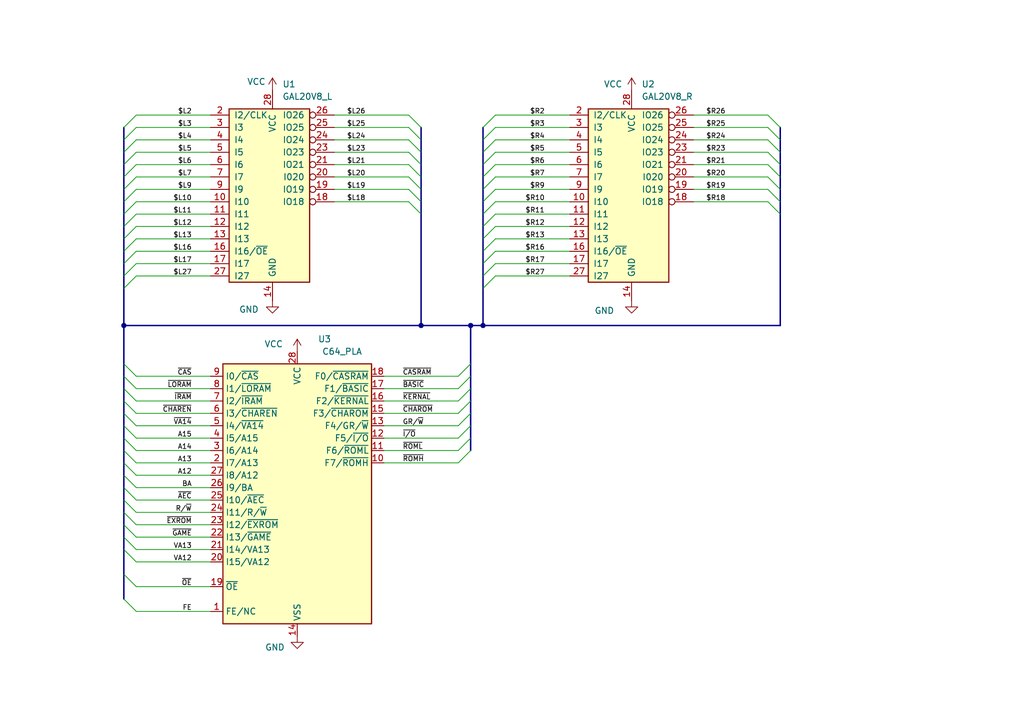
<source format=kicad_sch>
(kicad_sch (version 20211123) (generator eeschema)
  (paper "A5")
  (title_block (title "GAL-based 906114-01 replacement") (date "2023-01-05") (rev "0.99") (company "Lubomir Rintel <lkundrak@v3.sk>") (comment 1 "$TEMPLATE"))
  (lib_symbols
    (symbol "Memory_RAM:KM62256CLP"
      (property "Reference" "U3" (at 6.985 27.94 0))
      (property "Value" "C64_PLA" (at 13.335 25.4 0))
      (symbol "KM62256CLP_0_1"
        (rectangle (start -15.24 22.86) (end 15.24 -30.48) (stroke (width 0.254)) (fill (type background)))
      )
      (symbol "KM62256CLP_1_1"
        (pin bidirectional line (at -17.78 -27.94 0) (length 2.54) (name "FE/NC") (number "1"))
        (pin output line (at 17.78 2.54 180) (length 2.54) (name "F7/~{ROMH}") (number "10"))
        (pin output line (at 17.78 5.08 180) (length 2.54) (name "F6/~{ROML}") (number "11"))
        (pin output line (at 17.78 7.62 180) (length 2.54) (name "F5/~{I/O}") (number "12"))
        (pin output line (at 17.78 10.16 180) (length 2.54) (name "F4/GR/~{W}") (number "13"))
        (pin power_in line (at 0 -33.02 90) (length 2.54) (name "VSS") (number "14"))
        (pin output line (at 17.78 12.7 180) (length 2.54) (name "F3/~{CHAROM}") (number "15"))
        (pin output line (at 17.78 15.24 180) (length 2.54) (name "F2/~{KERNAL}") (number "16"))
        (pin output line (at 17.78 17.78 180) (length 2.54) (name "F1/~{BASIC}") (number "17"))
        (pin output line (at 17.78 20.32 180) (length 2.54) (name "F0/~{CASRAM}") (number "18"))
        (pin input line (at -17.78 -22.86 0) (length 2.54) (name "~{OE}") (number "19"))
        (pin input line (at -17.78 2.54 0) (length 2.54) (name "I7/A13") (number "2"))
        (pin input line (at -17.78 -17.78 0) (length 2.54) (name "I15/VA12") (number "20"))
        (pin input line (at -17.78 -15.24 0) (length 2.54) (name "I14/VA13") (number "21"))
        (pin input line (at -17.78 -12.7 0) (length 2.54) (name "I13/~{GAME}") (number "22"))
        (pin input line (at -17.78 -10.16 0) (length 2.54) (name "I12/~{EXROM}") (number "23"))
        (pin input line (at -17.78 -7.62 0) (length 2.54) (name "I11/R/~{W}") (number "24"))
        (pin input line (at -17.78 -5.08 0) (length 2.54) (name "I10/~{AEC}") (number "25"))
        (pin input line (at -17.78 -2.54 0) (length 2.54) (name "I9/BA") (number "26"))
        (pin input line (at -17.78 0 0) (length 2.54) (name "I8/A12") (number "27"))
        (pin power_in line (at 0 25.4 270) (length 2.54) (name "VCC") (number "28"))
        (pin input line (at -17.78 5.08 0) (length 2.54) (name "I6/A14") (number "3"))
        (pin input line (at -17.78 7.62 0) (length 2.54) (name "I5/A15") (number "4"))
        (pin input line (at -17.78 10.16 0) (length 2.54) (name "I4/~{VA14}") (number "5"))
        (pin input line (at -17.78 12.7 0) (length 2.54) (name "I3/~{CHAREN}") (number "6"))
        (pin input line (at -17.78 15.24 0) (length 2.54) (name "I2/~{IRAM}") (number "7"))
        (pin input line (at -17.78 17.78 0) (length 2.54) (name "I1/~{LORAM}") (number "8"))
        (pin input line (at -17.78 20.32 0) (length 2.54) (name "I0/~{CAS}") (number "9"))
      )
    )
    (symbol "PAL20L8_1" (pin_names (offset 1.016))
      (property "Reference" "U1" (at 2.0194 24.13 0))
      (property "Value" "GAL20V8_L" (at 2.0194 21.59 0))
      (symbol "PAL20L8_1_0_0"
        (pin power_in line (at 0 -20.32 90) (length 3.81) (name "GND") (number "14"))
        (pin power_in line (at 0 22.86 270) (length 3.81) (name "VCC") (number "28"))
      )
      (symbol "PAL20L8_1_0_1"
        (rectangle (start -8.89 19.05) (end 7.62 -16.51) (stroke (width 0.254)) (fill (type background)))
      )
      (symbol "PAL20L8_1_1_1"
        (pin no_connect non_logic (at 11.43 -5.08 180) (length 3.81) hide (name "NC1") (number "1"))
        (pin input line (at -12.7 0 0) (length 3.81) (name "I10") (number "10"))
        (pin input line (at -12.7 -2.54 0) (length 3.81) (name "I11") (number "11"))
        (pin input line (at -12.7 -5.08 0) (length 3.81) (name "I12") (number "12"))
        (pin input line (at -12.7 -7.62 0) (length 3.81) (name "I13") (number "13"))
        (pin no_connect non_logic (at 11.43 -10.16 180) (length 3.81) hide (name "NC15") (number "15"))
        (pin input line (at -12.7 -10.16 0) (length 3.81) (name "I16/~{OE}") (number "16"))
        (pin input line (at -12.7 -12.7 0) (length 3.81) (name "I17") (number "17"))
        (pin tri_state inverted (at 12.7 0 180) (length 5.08) (name "IO18") (number "18"))
        (pin tri_state inverted (at 12.7 2.54 180) (length 5.08) (name "IO19") (number "19"))
        (pin input line (at -12.7 17.78 0) (length 3.81) (name "I2/CLK") (number "2"))
        (pin tri_state inverted (at 12.7 5.08 180) (length 5.08) (name "I020") (number "20"))
        (pin tri_state inverted (at 12.7 7.62 180) (length 5.08) (name "IO21") (number "21"))
        (pin no_connect non_logic (at 11.43 -12.7 180) (length 3.81) hide (name "NC22") (number "22"))
        (pin tri_state inverted (at 12.7 10.16 180) (length 5.08) (name "IO23") (number "23"))
        (pin tri_state inverted (at 12.7 12.7 180) (length 5.08) (name "IO24") (number "24"))
        (pin tri_state inverted (at 12.7 15.24 180) (length 5.08) (name "IO25") (number "25"))
        (pin tri_state inverted (at 12.7 17.78 180) (length 5.08) (name "IO26") (number "26"))
        (pin input line (at -12.7 -15.24 0) (length 3.81) (name "I27") (number "27"))
        (pin input line (at -12.7 15.24 0) (length 3.81) (name "I3") (number "3"))
        (pin input line (at -12.7 12.7 0) (length 3.81) (name "I4") (number "4"))
        (pin input line (at -12.7 10.16 0) (length 3.81) (name "I5") (number "5"))
        (pin input line (at -12.7 7.62 0) (length 3.81) (name "I6") (number "6"))
        (pin input line (at -12.7 5.08 0) (length 3.81) (name "I7") (number "7"))
        (pin no_connect non_logic (at 11.43 -7.62 180) (length 3.81) hide (name "NC8") (number "8"))
        (pin input line (at -12.7 2.54 0) (length 3.81) (name "I9") (number "9"))
      )
    )
    (symbol "power:GND" (power) (pin_names (offset 0))
      (property "Value" "GND" (at 0 -3.81 0))
      (symbol "GND_0_1"
        (polyline (pts (xy 0 0) (xy 0 -1.27) (xy 1.27 -1.27) (xy 0 -2.54) (xy -1.27 -1.27) (xy 0 -1.27)))
      )
      (symbol "GND_1_1"
        (pin power_in line (at 0 0 270) (length 0) hide (name "GND") (number "1"))
      )
    )
    (symbol "power:VCC" (power) (pin_names (offset 0))
      (property "Value" "VCC" (at 0 3.81 0))
      (symbol "VCC_0_1"
        (polyline (pts (xy -0.762 1.27) (xy 0 2.54)))
        (polyline (pts (xy 0 0) (xy 0 2.54)))
        (polyline (pts (xy 0 2.54) (xy 0.762 1.27)))
      )
      (symbol "VCC_1_1"
        (pin power_in line (at 0 0 90) (length 0) hide (name "VCC") (number "1"))
      )
    )
  )
  (junction (at 25.4 66.802))
  (junction (at 86.36 66.802))
  (junction (at 489.458 159.766))
  (junction (at 502.158 159.766))
  (junction (at 96.52 66.802))
  (junction (at 99.06 66.802))
  (junction (at 461.518 159.766))
  (junction (at 532.638 159.766))
  (bus_entry (at 27.94 79.756) (size -2.54 -2.54))
  (bus_entry (at 27.94 31.242) (size -2.54 2.54))
  (bus_entry (at 157.48 36.322) (size 2.54 2.54))
  (bus_entry (at 27.94 112.776) (size -2.54 -2.54))
  (bus_entry (at 93.98 84.836) (size 2.54 -2.54))
  (bus_entry (at 83.82 41.402) (size 2.54 2.54))
  (bus_entry (at 93.98 79.756) (size 2.54 -2.54))
  (bus_entry (at 27.94 56.642) (size -2.54 2.54))
  (bus_entry (at 27.94 51.562) (size -2.54 2.54))
  (bus_entry (at 83.82 26.162) (size 2.54 2.54))
  (bus_entry (at 27.94 54.102) (size -2.54 2.54))
  (bus_entry (at 157.48 23.622) (size 2.54 2.54))
  (bus_entry (at 27.94 36.322) (size -2.54 2.54))
  (bus_entry (at 27.94 89.916) (size -2.54 -2.54))
  (bus_entry (at 27.94 38.862) (size -2.54 2.54))
  (bus_entry (at 27.94 26.162) (size -2.54 2.54))
  (bus_entry (at 27.94 77.216) (size -2.54 -2.54))
  (bus_entry (at 83.82 38.862) (size 2.54 2.54))
  (bus_entry (at 157.48 31.242) (size 2.54 2.54))
  (bus_entry (at 101.6 46.482) (size -2.54 2.54))
  (bus_entry (at 101.6 23.622) (size -2.54 2.54))
  (bus_entry (at 27.94 97.536) (size -2.54 -2.54))
  (bus_entry (at 27.94 23.622) (size -2.54 2.54))
  (bus_entry (at 101.6 28.702) (size -2.54 2.54))
  (bus_entry (at 101.6 38.862) (size -2.54 2.54))
  (bus_entry (at 27.94 92.456) (size -2.54 -2.54))
  (bus_entry (at 27.94 84.836) (size -2.54 -2.54))
  (bus_entry (at 101.6 33.782) (size -2.54 2.54))
  (bus_entry (at 27.94 115.316) (size -2.54 -2.54))
  (bus_entry (at 83.82 36.322) (size 2.54 2.54))
  (bus_entry (at 27.94 41.402) (size -2.54 2.54))
  (bus_entry (at 101.6 31.242) (size -2.54 2.54))
  (bus_entry (at 27.94 105.156) (size -2.54 -2.54))
  (bus_entry (at 27.94 94.996) (size -2.54 -2.54))
  (bus_entry (at 27.94 87.376) (size -2.54 -2.54))
  (bus_entry (at 27.94 49.022) (size -2.54 2.54))
  (bus_entry (at 101.6 51.562) (size -2.54 2.54))
  (bus_entry (at 101.6 26.162) (size -2.54 2.54))
  (bus_entry (at 101.6 36.322) (size -2.54 2.54))
  (bus_entry (at 93.98 89.916) (size 2.54 -2.54))
  (bus_entry (at 27.94 82.296) (size -2.54 -2.54))
  (bus_entry (at 27.94 28.702) (size -2.54 2.54))
  (bus_entry (at 27.94 100.076) (size -2.54 -2.54))
  (bus_entry (at 27.94 33.782) (size -2.54 2.54))
  (bus_entry (at 157.48 28.702) (size 2.54 2.54))
  (bus_entry (at 27.94 120.396) (size -2.54 -2.54))
  (bus_entry (at 157.48 38.862) (size 2.54 2.54))
  (bus_entry (at 27.94 46.482) (size -2.54 2.54))
  (bus_entry (at 93.98 92.456) (size 2.54 -2.54))
  (bus_entry (at 83.82 31.242) (size 2.54 2.54))
  (bus_entry (at 101.6 43.942) (size -2.54 2.54))
  (bus_entry (at 27.94 107.696) (size -2.54 -2.54))
  (bus_entry (at 93.98 94.996) (size 2.54 -2.54))
  (bus_entry (at 157.48 26.162) (size 2.54 2.54))
  (bus_entry (at 157.48 33.782) (size 2.54 2.54))
  (bus_entry (at 101.6 54.102) (size -2.54 2.54))
  (bus_entry (at 83.82 33.782) (size 2.54 2.54))
  (bus_entry (at 83.82 28.702) (size 2.54 2.54))
  (bus_entry (at 157.48 41.402) (size 2.54 2.54))
  (bus_entry (at 101.6 49.022) (size -2.54 2.54))
  (bus_entry (at 93.98 77.216) (size 2.54 -2.54))
  (bus_entry (at 27.94 102.616) (size -2.54 -2.54))
  (bus_entry (at 101.6 41.402) (size -2.54 2.54))
  (bus_entry (at 101.6 56.642) (size -2.54 2.54))
  (bus_entry (at 27.94 43.942) (size -2.54 2.54))
  (bus_entry (at 27.94 110.236) (size -2.54 -2.54))
  (bus_entry (at 27.94 125.476) (size -2.54 -2.54))
  (bus_entry (at 83.82 23.622) (size 2.54 2.54))
  (bus_entry (at 93.98 82.296) (size 2.54 -2.54))
  (bus_entry (at 93.98 87.376) (size 2.54 -2.54))
  (bus (pts (xy 25.4 36.322) (xy 25.4 38.862)))
  (wire (pts (xy 116.84 51.562) (xy 101.6 51.562)))
  (wire (pts (xy 43.18 36.322) (xy 27.94 36.322)))
  (bus (pts (xy 25.4 33.782) (xy 25.4 36.322)))
  (bus (pts (xy 99.06 66.802) (xy 99.06 59.182)))
  (wire (pts (xy 93.98 82.296) (xy 78.74 82.296)))
  (bus (pts (xy 25.4 100.076) (xy 25.4 102.616)))
  (bus (pts (xy 160.02 38.862) (xy 160.02 41.402)))
  (wire (pts (xy 43.18 107.696) (xy 27.94 107.696)))
  (wire (pts (xy 43.18 105.156) (xy 27.94 105.156)))
  (wire (pts (xy 43.18 125.476) (xy 27.94 125.476)))
  (bus (pts (xy 25.4 77.216) (xy 25.4 74.676)))
  (bus (pts (xy 99.06 43.942) (xy 99.06 46.482)))
  (bus (pts (xy 99.06 49.022) (xy 99.06 51.562)))
  (wire (pts (xy 83.82 28.702) (xy 68.58 28.702)))
  (wire (pts (xy 116.84 43.942) (xy 101.6 43.942)))
  (bus (pts (xy 428.498 159.766) (xy 461.518 159.766)))
  (wire (pts (xy 116.84 26.162) (xy 101.6 26.162)))
  (wire (pts (xy 116.84 23.622) (xy 101.6 23.622)))
  (bus (pts (xy 96.52 89.916) (xy 96.52 92.456)))
  (wire (pts (xy 43.18 94.996) (xy 27.94 94.996)))
  (bus (pts (xy 25.4 41.402) (xy 25.4 43.942)))
  (bus (pts (xy 86.36 33.782) (xy 86.36 36.322)))
  (bus (pts (xy 160.02 28.702) (xy 160.02 31.242)))
  (wire (pts (xy 83.82 23.622) (xy 68.58 23.622)))
  (wire (pts (xy 43.18 77.216) (xy 27.94 77.216)))
  (wire (pts (xy 83.82 33.782) (xy 68.58 33.782)))
  (bus (pts (xy 99.06 41.402) (xy 99.06 43.942)))
  (bus (pts (xy 25.4 31.242) (xy 25.4 33.782)))
  (wire (pts (xy 43.18 26.162) (xy 27.94 26.162)))
  (wire (pts (xy 157.48 33.782) (xy 142.24 33.782)))
  (bus (pts (xy 99.06 54.102) (xy 99.06 56.642)))
  (wire (pts (xy 43.18 112.776) (xy 27.94 112.776)))
  (bus (pts (xy 86.36 41.402) (xy 86.36 43.942)))
  (bus (pts (xy 99.06 31.242) (xy 99.06 33.782)))
  (wire (pts (xy 157.48 41.402) (xy 142.24 41.402)))
  (bus (pts (xy 96.52 82.296) (xy 96.52 84.836)))
  (wire (pts (xy 93.98 92.456) (xy 78.74 92.456)))
  (bus (pts (xy 86.36 43.942) (xy 86.36 66.802)))
  (bus (pts (xy 25.4 94.996) (xy 25.4 92.456)))
  (bus (pts (xy 502.158 159.766) (xy 532.638 159.766)))
  (bus (pts (xy 86.36 66.802) (xy 96.52 66.802)))
  (wire (pts (xy 43.18 102.616) (xy 27.94 102.616)))
  (bus (pts (xy 160.02 66.802) (xy 160.02 43.942)))
  (wire (pts (xy 93.98 79.756) (xy 78.74 79.756)))
  (bus (pts (xy 25.4 107.696) (xy 25.4 105.156)))
  (wire (pts (xy 157.48 26.162) (xy 142.24 26.162)))
  (bus (pts (xy 25.4 46.482) (xy 25.4 49.022)))
  (wire (pts (xy 93.98 87.376) (xy 78.74 87.376)))
  (bus (pts (xy 25.4 110.236) (xy 25.4 107.696)))
  (wire (pts (xy 43.18 56.642) (xy 27.94 56.642)))
  (wire (pts (xy 43.18 87.376) (xy 27.94 87.376)))
  (wire (pts (xy 43.18 28.702) (xy 27.94 28.702)))
  (bus (pts (xy 25.4 26.162) (xy 25.4 28.702)))
  (bus (pts (xy 96.52 66.802) (xy 99.06 66.802)))
  (bus (pts (xy 160.02 33.782) (xy 160.02 36.322)))
  (wire (pts (xy 93.98 89.916) (xy 78.74 89.916)))
  (bus (pts (xy 489.458 127.381) (xy 489.458 159.766)))
  (bus (pts (xy 160.02 36.322) (xy 160.02 38.862)))
  (bus (pts (xy 532.638 159.766) (xy 563.118 159.766)))
  (wire (pts (xy 43.18 82.296) (xy 27.94 82.296)))
  (wire (pts (xy 116.84 33.782) (xy 101.6 33.782)))
  (bus (pts (xy 428.498 142.621) (xy 428.498 159.766)))
  (bus (pts (xy 86.36 38.862) (xy 86.36 41.402)))
  (bus (pts (xy 502.158 142.621) (xy 502.158 159.766)))
  (bus (pts (xy 96.52 74.676) (xy 96.52 77.216)))
  (bus (pts (xy 25.4 66.802) (xy 86.36 66.802)))
  (wire (pts (xy 93.98 94.996) (xy 78.74 94.996)))
  (wire (pts (xy 116.84 38.862) (xy 101.6 38.862)))
  (bus (pts (xy 96.52 66.802) (xy 96.52 74.676)))
  (wire (pts (xy 43.18 23.622) (xy 27.94 23.622)))
  (bus (pts (xy 25.4 117.856) (xy 25.4 122.936)))
  (wire (pts (xy 142.24 23.622) (xy 157.48 23.622)))
  (wire (pts (xy 116.84 49.022) (xy 101.6 49.022)))
  (wire (pts (xy 43.18 115.316) (xy 27.94 115.316)))
  (wire (pts (xy 157.48 38.862) (xy 142.24 38.862)))
  (bus (pts (xy 99.06 66.802) (xy 160.02 66.802)))
  (wire (pts (xy 43.18 84.836) (xy 27.94 84.836)))
  (bus (pts (xy 99.06 33.782) (xy 99.06 36.322)))
  (wire (pts (xy 157.48 31.242) (xy 142.24 31.242)))
  (bus (pts (xy 25.4 59.182) (xy 25.4 66.802)))
  (wire (pts (xy 43.18 41.402) (xy 27.94 41.402)))
  (bus (pts (xy 461.518 159.766) (xy 461.518 177.546)))
  (bus (pts (xy 86.36 28.702) (xy 86.36 31.242)))
  (bus (pts (xy 25.4 66.802) (xy 25.4 74.676)))
  (wire (pts (xy 116.84 46.482) (xy 101.6 46.482)))
  (bus (pts (xy 96.52 87.376) (xy 96.52 89.916)))
  (wire (pts (xy 116.84 41.402) (xy 101.6 41.402)))
  (wire (pts (xy 43.18 89.916) (xy 27.94 89.916)))
  (wire (pts (xy 116.84 28.702) (xy 101.6 28.702)))
  (bus (pts (xy 25.4 105.156) (xy 25.4 102.616)))
  (bus (pts (xy 99.06 56.642) (xy 99.06 59.182)))
  (wire (pts (xy 43.18 46.482) (xy 27.94 46.482)))
  (wire (pts (xy 43.18 92.456) (xy 27.94 92.456)))
  (bus (pts (xy 99.06 51.562) (xy 99.06 54.102)))
  (wire (pts (xy 43.18 43.942) (xy 27.94 43.942)))
  (bus (pts (xy 25.4 56.642) (xy 25.4 59.182)))
  (wire (pts (xy 93.98 77.216) (xy 78.74 77.216)))
  (wire (pts (xy 83.82 36.322) (xy 68.58 36.322)))
  (wire (pts (xy 43.18 54.102) (xy 27.94 54.102)))
  (wire (pts (xy 83.82 31.242) (xy 68.58 31.242)))
  (bus (pts (xy 25.4 28.702) (xy 25.4 31.242)))
  (bus (pts (xy 25.4 84.836) (xy 25.4 82.296)))
  (bus (pts (xy 489.458 159.766) (xy 502.158 159.766)))
  (wire (pts (xy 43.18 100.076) (xy 27.94 100.076)))
  (bus (pts (xy 25.4 97.536) (xy 25.4 94.996)))
  (wire (pts (xy 43.18 110.236) (xy 27.94 110.236)))
  (bus (pts (xy 96.52 79.756) (xy 96.52 82.296)))
  (bus (pts (xy 25.4 43.942) (xy 25.4 46.482)))
  (wire (pts (xy 157.48 28.702) (xy 142.24 28.702)))
  (bus (pts (xy 25.4 54.102) (xy 25.4 56.642)))
  (bus (pts (xy 99.06 28.702) (xy 99.06 31.242)))
  (wire (pts (xy 116.84 36.322) (xy 101.6 36.322)))
  (bus (pts (xy 25.4 89.916) (xy 25.4 87.376)))
  (wire (pts (xy 83.82 38.862) (xy 68.58 38.862)))
  (bus (pts (xy 86.36 31.242) (xy 86.36 33.782)))
  (bus (pts (xy 25.4 51.562) (xy 25.4 54.102)))
  (bus (pts (xy 25.4 79.756) (xy 25.4 77.216)))
  (bus (pts (xy 99.06 36.322) (xy 99.06 38.862)))
  (bus (pts (xy 563.118 127.381) (xy 563.118 159.766)))
  (bus (pts (xy 25.4 92.456) (xy 25.4 89.916)))
  (wire (pts (xy 83.82 26.162) (xy 68.58 26.162)))
  (bus (pts (xy 25.4 87.376) (xy 25.4 84.836)))
  (wire (pts (xy 43.18 33.782) (xy 27.94 33.782)))
  (wire (pts (xy 43.18 51.562) (xy 27.94 51.562)))
  (bus (pts (xy 25.4 49.022) (xy 25.4 51.562)))
  (wire (pts (xy 43.18 79.756) (xy 27.94 79.756)))
  (bus (pts (xy 461.518 159.766) (xy 489.458 159.766)))
  (bus (pts (xy 532.638 159.766) (xy 532.638 177.546)))
  (wire (pts (xy 43.18 120.396) (xy 27.94 120.396)))
  (wire (pts (xy 157.48 36.322) (xy 142.24 36.322)))
  (wire (pts (xy 43.18 97.536) (xy 27.94 97.536)))
  (wire (pts (xy 43.18 49.022) (xy 27.94 49.022)))
  (bus (pts (xy 25.4 112.776) (xy 25.4 110.236)))
  (wire (pts (xy 43.18 31.242) (xy 27.94 31.242)))
  (bus (pts (xy 96.52 77.216) (xy 96.52 79.756)))
  (wire (pts (xy 43.18 38.862) (xy 27.94 38.862)))
  (bus (pts (xy 160.02 31.242) (xy 160.02 33.782)))
  (bus (pts (xy 25.4 38.862) (xy 25.4 41.402)))
  (bus (pts (xy 99.06 46.482) (xy 99.06 49.022)))
  (bus (pts (xy 96.52 84.836) (xy 96.52 87.376)))
  (bus (pts (xy 86.36 36.322) (xy 86.36 38.862)))
  (bus (pts (xy 160.02 41.402) (xy 160.02 43.942)))
  (bus (pts (xy 86.36 26.162) (xy 86.36 28.702)))
  (bus (pts (xy 99.06 38.862) (xy 99.06 41.402)))
  (bus (pts (xy 99.06 26.162) (xy 99.06 28.702)))
  (wire (pts (xy 116.84 56.642) (xy 101.6 56.642)))
  (wire (pts (xy 93.98 84.836) (xy 78.74 84.836)))
  (bus (pts (xy 25.4 112.776) (xy 25.4 117.856)))
  (wire (pts (xy 116.84 31.242) (xy 101.6 31.242)))
  (wire (pts (xy 83.82 41.402) (xy 68.58 41.402)))
  (bus (pts (xy 25.4 82.296) (xy 25.4 79.756)))
  (bus (pts (xy 160.02 26.162) (xy 160.02 28.702)))
  (bus (pts (xy 25.4 97.536) (xy 25.4 100.076)))
  (wire (pts (xy 116.84 54.102) (xy 101.6 54.102)))
  (label "$L2" (at 39.37 23.622 180) (effects (font (size 1 1))))
  (label "$R18" (at 144.78 41.402 0) (effects (font (size 1 1))))
  (label "$R23" (at 144.78 31.242 0) (effects (font (size 1 1))))
  (label "~{CHAROM}" (at 82.55 84.836 0) (effects (font (size 1 1))))
  (label "$R16" (at 111.76 51.562 180) (effects (font (size 1 1))))
  (label "$L19" (at 71.12 38.862 0) (effects (font (size 1 1))))
  (label "$L23" (at 71.12 31.242 0) (effects (font (size 1 1))))
  (label "~{VA14}" (at 39.37 87.376 180) (effects (font (size 1 1))))
  (label "FE" (at 39.37 125.476 180) (effects (font (size 1 1))))
  (label "$L18" (at 71.12 41.402 0) (effects (font (size 1 1))))
  (label "BA" (at 39.37 100.076 180) (effects (font (size 1 1))))
  (label "$R3" (at 111.76 26.162 180) (effects (font (size 1 1))))
  (label "$R19" (at 144.78 38.862 0) (effects (font (size 1 1))))
  (label "$L10" (at 39.37 41.402 180) (effects (font (size 1 1))))
  (label "$R4" (at 111.76 28.702 180) (effects (font (size 1 1))))
  (label "~{CASRAM}" (at 82.55 77.216 0) (effects (font (size 1 1))))
  (label "~{BASIC}" (at 82.55 79.756 0) (effects (font (size 1 1))))
  (label "$R12" (at 111.76 46.482 180) (effects (font (size 1 1))))
  (label "$R20" (at 144.78 36.322 0) (effects (font (size 1 1))))
  (label "$R7" (at 111.76 36.322 180) (effects (font (size 1 1))))
  (label "A13" (at 39.37 94.996 180) (effects (font (size 1 1))))
  (label "$L25" (at 71.12 26.162 0) (effects (font (size 1 1))))
  (label "~{CHAREN}" (at 39.37 84.836 180) (effects (font (size 1 1))))
  (label "$R21" (at 144.78 33.782 0) (effects (font (size 1 1))))
  (label "$R10" (at 111.76 41.402 180) (effects (font (size 1 1))))
  (label "$L20" (at 71.12 36.322 0) (effects (font (size 1 1))))
  (label "$L16" (at 39.37 51.562 180) (effects (font (size 1 1))))
  (label "$L9" (at 39.37 38.862 180) (effects (font (size 1 1))))
  (label "GR{slash}~{W}" (at 82.55 87.376 0) (effects (font (size 1 1))))
  (label "$L12" (at 39.37 46.482 180) (effects (font (size 1 1))))
  (label "$R11" (at 111.76 43.942 180) (effects (font (size 1 1))))
  (label "$L3" (at 39.37 26.162 180) (effects (font (size 1 1))))
  (label "$R2" (at 111.76 23.622 180) (effects (font (size 1 1))))
  (label "$L17" (at 39.37 54.102 180) (effects (font (size 1 1))))
  (label "~{I{slash}O}" (at 82.55 89.916 0) (effects (font (size 1 1))))
  (label "$L5" (at 39.37 31.242 180) (effects (font (size 1 1))))
  (label "~{KERNAL}" (at 82.55 82.296 0) (effects (font (size 1 1))))
  (label "$L27" (at 39.37 56.642 180) (effects (font (size 1 1))))
  (label "$R25" (at 144.78 26.162 0) (effects (font (size 1 1))))
  (label "VA12" (at 39.37 115.316 180) (effects (font (size 1 1))))
  (label "~{LORAM}" (at 39.37 79.756 180) (effects (font (size 1 1))))
  (label "$L24" (at 71.12 28.702 0) (effects (font (size 1 1))))
  (label "$R5" (at 111.76 31.242 180) (effects (font (size 1 1))))
  (label "$L21" (at 71.12 33.782 0) (effects (font (size 1 1))))
  (label "~{OE}" (at 39.37 120.396 180) (effects (font (size 1 1))))
  (label "~{ROMH}" (at 82.55 94.996 0) (effects (font (size 1 1))))
  (label "A15" (at 39.37 89.916 180) (effects (font (size 1 1))))
  (label "$L7" (at 39.37 36.322 180) (effects (font (size 1 1))))
  (label "VA13" (at 39.37 112.776 180) (effects (font (size 1 1))))
  (label "~{IRAM}" (at 39.37 82.296 180) (effects (font (size 1 1))))
  (label "$R27" (at 111.76 56.642 180) (effects (font (size 1 1))))
  (label "$R9" (at 111.76 38.862 180) (effects (font (size 1 1))))
  (label "~{ROML}" (at 82.55 92.456 0) (effects (font (size 1 1))))
  (label "A12" (at 39.37 97.536 180) (effects (font (size 1 1))))
  (label "$R13" (at 111.76 49.022 180) (effects (font (size 1 1))))
  (label "~{AEC}" (at 39.37 102.616 180) (effects (font (size 1 1))))
  (label "$R26" (at 144.78 23.622 0) (effects (font (size 1 1))))
  (label "R{slash}~{W}" (at 39.37 105.156 180) (effects (font (size 1 1))))
  (label "$R6" (at 111.76 33.782 180) (effects (font (size 1 1))))
  (label "$L13" (at 39.37 49.022 180) (effects (font (size 1 1))))
  (label "$R17" (at 111.76 54.102 180) (effects (font (size 1 1))))
  (label "$L11" (at 39.37 43.942 180) (effects (font (size 1 1))))
  (label "$L26" (at 71.12 23.622 0) (effects (font (size 1 1))))
  (label "A14" (at 39.37 92.456 180) (effects (font (size 1 1))))
  (label "~{CAS}" (at 39.37 77.216 180) (effects (font (size 1 1))))
  (label "$L6" (at 39.37 33.782 180) (effects (font (size 1 1))))
  (label "$L4" (at 39.37 28.702 180) (effects (font (size 1 1))))
  (label "~{EXROM}" (at 39.37 107.696 180) (effects (font (size 1 1))))
  (label "~{GAME}" (at 39.37 110.236 180) (effects (font (size 1 1))))
  (label "$R24" (at 144.78 28.702 0) (effects (font (size 1 1))))
  (symbol (lib_id "power:GND") (at 129.54 61.722 0) (unit 1)
    (property "Reference" "#PWR0101" (effects hide))
    (property "Value" "GND" (at 123.952 63.754 0))
  )
  (symbol (lib_id "power:VCC") (at 60.96 72.136 0) (unit 1)
    (property "Reference" "#PWR0102" (effects hide))
    (property "Value" "VCC" (at 56.134 70.612 0))
  )
  (symbol (lib_id "power:GND") (at 55.88 61.722 0) (unit 1)
    (property "Reference" "#PWR0105" (effects hide))
    (property "Value" "GND" (at 51.054 63.5 0))
  )
  (symbol (lib_id "Memory_RAM:KM62256CLP") (at 60.96 97.536 0) (unit 1)
    (property "Reference" "U3" (at 67.945 69.596 0) (effects (justify right)))
    (property "Value" "C64_PLA" (at 74.295 72.136 0) (effects (justify right)))
    (property "Footprint" "Package_DIP:DIP-28_W15.24mm_Socket_LongPads" (effects hide))
  )
  (symbol (lib_name "PAL20L8_1") (lib_id "Logic_Programmable:PAL20L8") (at 129.54 41.402 0) (unit 1)
    (property "Reference" "U2" (at 131.5594 17.272 0) (effects (justify left)))
    (property "Value" "GAL20V8_R" (at 131.5594 19.812 0) (effects (justify left)))
    (property "Footprint" "Package_LCC:PLCC-28" (effects hide))
    (property "Datasheet" "https://www.y-ic.com/datasheet/28/ISPLSI-2064E-200LT100.pdf" (effects hide))
  )
  (symbol (lib_id "power:GND") (at 60.96 130.556 0) (unit 1)
    (property "Reference" "#PWR0103" (effects hide))
    (property "Value" "GND" (at 56.388 132.842 0))
  )
  (symbol (lib_id "power:VCC") (at 55.88 18.542 0) (unit 1)
    (property "Reference" "#PWR0104" (effects hide))
    (property "Value" "VCC" (at 52.578 16.764 0))
  )
  (symbol (lib_name "PAL20L8_1") (lib_id "Logic_Programmable:PAL20L8") (at 55.88 41.402 0) (unit 1)
    (property "Reference" "U1" (at 57.8994 17.272 0) (effects (justify left)))
    (property "Value" "GAL20V8_L" (at 57.8994 19.812 0) (effects (justify left)))
    (property "Footprint" "Package_LCC:PLCC-28" (effects hide))
    (property "Datasheet" "https://www.y-ic.com/datasheet/28/ISPLSI-2064E-200LT100.pdf" (effects hide))
  )
  (symbol (lib_id "power:VCC") (at 129.54 18.542 0) (unit 1)
    (property "Reference" "#PWR0106" (effects hide))
    (property "Value" "VCC" (at 125.73 17.272 0))
  )
)
</source>
